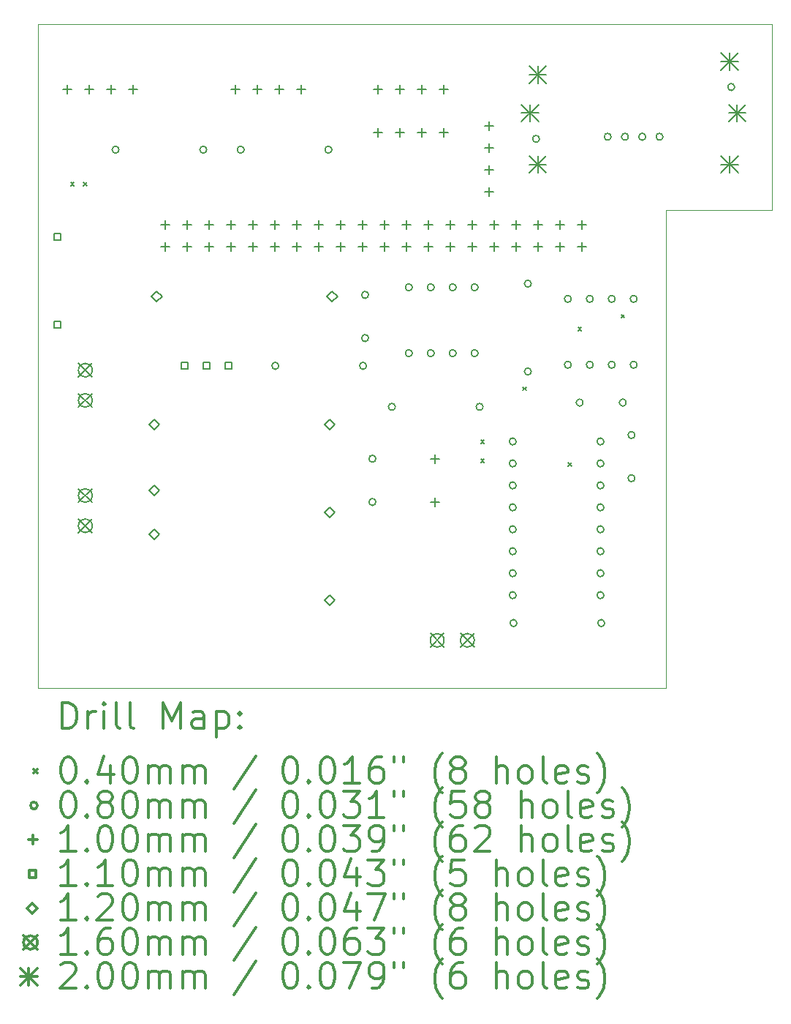
<source format=gbr>
%FSLAX45Y45*%
G04 Gerber Fmt 4.5, Leading zero omitted, Abs format (unit mm)*
G04 Created by KiCad (PCBNEW (5.1.5-0-10_14)) date 2020-04-23 09:13:12*
%MOMM*%
%LPD*%
G04 APERTURE LIST*
%TA.AperFunction,Profile*%
%ADD10C,0.100000*%
%TD*%
%ADD11C,0.200000*%
%ADD12C,0.300000*%
G04 APERTURE END LIST*
D10*
X17025000Y-10475000D02*
X17025000Y-7250000D01*
X16850000Y-12775000D02*
X17025000Y-12775000D01*
X9750000Y-5100000D02*
X9750000Y-6200000D01*
X18250000Y-5100000D02*
X9750000Y-5100000D01*
X18250000Y-7250000D02*
X18250000Y-5100000D01*
X17025000Y-7250000D02*
X18250000Y-7250000D01*
X17025000Y-12775000D02*
X17025000Y-10475000D01*
X10750000Y-12775000D02*
X16850000Y-12775000D01*
X9750000Y-12775000D02*
X10750000Y-12775000D01*
X9750000Y-6200000D02*
X9750000Y-12775000D01*
D11*
X10130000Y-6930000D02*
X10170000Y-6970000D01*
X10170000Y-6930000D02*
X10130000Y-6970000D01*
X10280000Y-6930000D02*
X10320000Y-6970000D01*
X10320000Y-6930000D02*
X10280000Y-6970000D01*
X14880000Y-9905000D02*
X14920000Y-9945000D01*
X14920000Y-9905000D02*
X14880000Y-9945000D01*
X14880000Y-10130000D02*
X14920000Y-10170000D01*
X14920000Y-10130000D02*
X14880000Y-10170000D01*
X15366000Y-9294000D02*
X15406000Y-9334000D01*
X15406000Y-9294000D02*
X15366000Y-9334000D01*
X15892500Y-10167500D02*
X15932500Y-10207500D01*
X15932500Y-10167500D02*
X15892500Y-10207500D01*
X16005000Y-8605000D02*
X16045000Y-8645000D01*
X16045000Y-8605000D02*
X16005000Y-8645000D01*
X16505000Y-8455000D02*
X16545000Y-8495000D01*
X16545000Y-8455000D02*
X16505000Y-8495000D01*
X15290000Y-9925000D02*
G75*
G03X15290000Y-9925000I-40000J0D01*
G01*
X15290000Y-10179000D02*
G75*
G03X15290000Y-10179000I-40000J0D01*
G01*
X15290000Y-10433000D02*
G75*
G03X15290000Y-10433000I-40000J0D01*
G01*
X15290000Y-10687000D02*
G75*
G03X15290000Y-10687000I-40000J0D01*
G01*
X15290000Y-10941000D02*
G75*
G03X15290000Y-10941000I-40000J0D01*
G01*
X15290000Y-11195000D02*
G75*
G03X15290000Y-11195000I-40000J0D01*
G01*
X15290000Y-11449000D02*
G75*
G03X15290000Y-11449000I-40000J0D01*
G01*
X15290000Y-11703000D02*
G75*
G03X15290000Y-11703000I-40000J0D01*
G01*
X16306000Y-9925000D02*
G75*
G03X16306000Y-9925000I-40000J0D01*
G01*
X16306000Y-10179000D02*
G75*
G03X16306000Y-10179000I-40000J0D01*
G01*
X16306000Y-10433000D02*
G75*
G03X16306000Y-10433000I-40000J0D01*
G01*
X16306000Y-10687000D02*
G75*
G03X16306000Y-10687000I-40000J0D01*
G01*
X16306000Y-10941000D02*
G75*
G03X16306000Y-10941000I-40000J0D01*
G01*
X16306000Y-11195000D02*
G75*
G03X16306000Y-11195000I-40000J0D01*
G01*
X16306000Y-11449000D02*
G75*
G03X16306000Y-11449000I-40000J0D01*
G01*
X16306000Y-11703000D02*
G75*
G03X16306000Y-11703000I-40000J0D01*
G01*
X15465000Y-8100000D02*
G75*
G03X15465000Y-8100000I-40000J0D01*
G01*
X15465000Y-9116000D02*
G75*
G03X15465000Y-9116000I-40000J0D01*
G01*
X13579978Y-8229092D02*
G75*
G03X13579978Y-8229092I-40000J0D01*
G01*
X13579978Y-8729092D02*
G75*
G03X13579978Y-8729092I-40000J0D01*
G01*
X16665000Y-9850000D02*
G75*
G03X16665000Y-9850000I-40000J0D01*
G01*
X16665000Y-10350000D02*
G75*
G03X16665000Y-10350000I-40000J0D01*
G01*
X15560000Y-6425000D02*
G75*
G03X15560000Y-6425000I-40000J0D01*
G01*
X16390000Y-6400000D02*
G75*
G03X16390000Y-6400000I-40000J0D01*
G01*
X16590000Y-6400000D02*
G75*
G03X16590000Y-6400000I-40000J0D01*
G01*
X16790000Y-6400000D02*
G75*
G03X16790000Y-6400000I-40000J0D01*
G01*
X16990000Y-6400000D02*
G75*
G03X16990000Y-6400000I-40000J0D01*
G01*
X17820000Y-5825000D02*
G75*
G03X17820000Y-5825000I-40000J0D01*
G01*
X12140000Y-6550000D02*
G75*
G03X12140000Y-6550000I-40000J0D01*
G01*
X13156000Y-6550000D02*
G75*
G03X13156000Y-6550000I-40000J0D01*
G01*
X14087470Y-8141970D02*
G75*
G03X14087470Y-8141970I-40000J0D01*
G01*
X14087470Y-8903970D02*
G75*
G03X14087470Y-8903970I-40000J0D01*
G01*
X14341470Y-8141970D02*
G75*
G03X14341470Y-8141970I-40000J0D01*
G01*
X14341470Y-8903970D02*
G75*
G03X14341470Y-8903970I-40000J0D01*
G01*
X14595470Y-8141970D02*
G75*
G03X14595470Y-8141970I-40000J0D01*
G01*
X14595470Y-8903970D02*
G75*
G03X14595470Y-8903970I-40000J0D01*
G01*
X14849470Y-8141970D02*
G75*
G03X14849470Y-8141970I-40000J0D01*
G01*
X14849470Y-8903970D02*
G75*
G03X14849470Y-8903970I-40000J0D01*
G01*
X10690000Y-6550000D02*
G75*
G03X10690000Y-6550000I-40000J0D01*
G01*
X11706000Y-6550000D02*
G75*
G03X11706000Y-6550000I-40000J0D01*
G01*
X13890000Y-9525000D02*
G75*
G03X13890000Y-9525000I-40000J0D01*
G01*
X14906000Y-9525000D02*
G75*
G03X14906000Y-9525000I-40000J0D01*
G01*
X15299000Y-12025000D02*
G75*
G03X15299000Y-12025000I-40000J0D01*
G01*
X16315000Y-12025000D02*
G75*
G03X16315000Y-12025000I-40000J0D01*
G01*
X16065000Y-9475000D02*
G75*
G03X16065000Y-9475000I-40000J0D01*
G01*
X16565000Y-9475000D02*
G75*
G03X16565000Y-9475000I-40000J0D01*
G01*
X15928000Y-8275000D02*
G75*
G03X15928000Y-8275000I-40000J0D01*
G01*
X15928000Y-9037000D02*
G75*
G03X15928000Y-9037000I-40000J0D01*
G01*
X16182000Y-8275000D02*
G75*
G03X16182000Y-8275000I-40000J0D01*
G01*
X16182000Y-9037000D02*
G75*
G03X16182000Y-9037000I-40000J0D01*
G01*
X16436000Y-8275000D02*
G75*
G03X16436000Y-8275000I-40000J0D01*
G01*
X16436000Y-9037000D02*
G75*
G03X16436000Y-9037000I-40000J0D01*
G01*
X16690000Y-8275000D02*
G75*
G03X16690000Y-8275000I-40000J0D01*
G01*
X16690000Y-9037000D02*
G75*
G03X16690000Y-9037000I-40000J0D01*
G01*
X12540000Y-9050000D02*
G75*
G03X12540000Y-9050000I-40000J0D01*
G01*
X13556000Y-9050000D02*
G75*
G03X13556000Y-9050000I-40000J0D01*
G01*
X13665000Y-10125000D02*
G75*
G03X13665000Y-10125000I-40000J0D01*
G01*
X13665000Y-10625000D02*
G75*
G03X13665000Y-10625000I-40000J0D01*
G01*
X10088000Y-5800000D02*
X10088000Y-5900000D01*
X10038000Y-5850000D02*
X10138000Y-5850000D01*
X10342000Y-5800000D02*
X10342000Y-5900000D01*
X10292000Y-5850000D02*
X10392000Y-5850000D01*
X10596000Y-5800000D02*
X10596000Y-5900000D01*
X10546000Y-5850000D02*
X10646000Y-5850000D01*
X10850000Y-5800000D02*
X10850000Y-5900000D01*
X10800000Y-5850000D02*
X10900000Y-5850000D01*
X12038000Y-5800000D02*
X12038000Y-5900000D01*
X11988000Y-5850000D02*
X12088000Y-5850000D01*
X12292000Y-5800000D02*
X12292000Y-5900000D01*
X12242000Y-5850000D02*
X12342000Y-5850000D01*
X12546000Y-5800000D02*
X12546000Y-5900000D01*
X12496000Y-5850000D02*
X12596000Y-5850000D01*
X12800000Y-5800000D02*
X12800000Y-5900000D01*
X12750000Y-5850000D02*
X12850000Y-5850000D01*
X14975000Y-6225000D02*
X14975000Y-6325000D01*
X14925000Y-6275000D02*
X15025000Y-6275000D01*
X14975000Y-6479000D02*
X14975000Y-6579000D01*
X14925000Y-6529000D02*
X15025000Y-6529000D01*
X14975000Y-6733000D02*
X14975000Y-6833000D01*
X14925000Y-6783000D02*
X15025000Y-6783000D01*
X14975000Y-6987000D02*
X14975000Y-7087000D01*
X14925000Y-7037000D02*
X15025000Y-7037000D01*
X14350000Y-10075000D02*
X14350000Y-10175000D01*
X14300000Y-10125000D02*
X14400000Y-10125000D01*
X14350000Y-10575000D02*
X14350000Y-10675000D01*
X14300000Y-10625000D02*
X14400000Y-10625000D01*
X13688000Y-6300000D02*
X13688000Y-6400000D01*
X13638000Y-6350000D02*
X13738000Y-6350000D01*
X13942000Y-6300000D02*
X13942000Y-6400000D01*
X13892000Y-6350000D02*
X13992000Y-6350000D01*
X14196000Y-6300000D02*
X14196000Y-6400000D01*
X14146000Y-6350000D02*
X14246000Y-6350000D01*
X14450000Y-6300000D02*
X14450000Y-6400000D01*
X14400000Y-6350000D02*
X14500000Y-6350000D01*
X13692000Y-5800000D02*
X13692000Y-5900000D01*
X13642000Y-5850000D02*
X13742000Y-5850000D01*
X13946000Y-5800000D02*
X13946000Y-5900000D01*
X13896000Y-5850000D02*
X13996000Y-5850000D01*
X14200000Y-5800000D02*
X14200000Y-5900000D01*
X14150000Y-5850000D02*
X14250000Y-5850000D01*
X14454000Y-5800000D02*
X14454000Y-5900000D01*
X14404000Y-5850000D02*
X14504000Y-5850000D01*
X11228586Y-7370259D02*
X11228586Y-7470259D01*
X11178586Y-7420259D02*
X11278586Y-7420259D01*
X11228586Y-7624259D02*
X11228586Y-7724259D01*
X11178586Y-7674259D02*
X11278586Y-7674259D01*
X11482586Y-7370259D02*
X11482586Y-7470259D01*
X11432586Y-7420259D02*
X11532586Y-7420259D01*
X11482586Y-7624259D02*
X11482586Y-7724259D01*
X11432586Y-7674259D02*
X11532586Y-7674259D01*
X11736586Y-7370259D02*
X11736586Y-7470259D01*
X11686586Y-7420259D02*
X11786586Y-7420259D01*
X11736586Y-7624259D02*
X11736586Y-7724259D01*
X11686586Y-7674259D02*
X11786586Y-7674259D01*
X11990586Y-7370259D02*
X11990586Y-7470259D01*
X11940586Y-7420259D02*
X12040586Y-7420259D01*
X11990586Y-7624259D02*
X11990586Y-7724259D01*
X11940586Y-7674259D02*
X12040586Y-7674259D01*
X12244586Y-7370259D02*
X12244586Y-7470259D01*
X12194586Y-7420259D02*
X12294586Y-7420259D01*
X12244586Y-7624259D02*
X12244586Y-7724259D01*
X12194586Y-7674259D02*
X12294586Y-7674259D01*
X12498586Y-7370259D02*
X12498586Y-7470259D01*
X12448586Y-7420259D02*
X12548586Y-7420259D01*
X12498586Y-7624259D02*
X12498586Y-7724259D01*
X12448586Y-7674259D02*
X12548586Y-7674259D01*
X12752586Y-7370259D02*
X12752586Y-7470259D01*
X12702586Y-7420259D02*
X12802586Y-7420259D01*
X12752586Y-7624259D02*
X12752586Y-7724259D01*
X12702586Y-7674259D02*
X12802586Y-7674259D01*
X13006586Y-7370259D02*
X13006586Y-7470259D01*
X12956586Y-7420259D02*
X13056586Y-7420259D01*
X13006586Y-7624259D02*
X13006586Y-7724259D01*
X12956586Y-7674259D02*
X13056586Y-7674259D01*
X13260586Y-7370259D02*
X13260586Y-7470259D01*
X13210586Y-7420259D02*
X13310586Y-7420259D01*
X13260586Y-7624259D02*
X13260586Y-7724259D01*
X13210586Y-7674259D02*
X13310586Y-7674259D01*
X13514586Y-7370259D02*
X13514586Y-7470259D01*
X13464586Y-7420259D02*
X13564586Y-7420259D01*
X13514586Y-7624259D02*
X13514586Y-7724259D01*
X13464586Y-7674259D02*
X13564586Y-7674259D01*
X13768586Y-7370259D02*
X13768586Y-7470259D01*
X13718586Y-7420259D02*
X13818586Y-7420259D01*
X13768586Y-7624259D02*
X13768586Y-7724259D01*
X13718586Y-7674259D02*
X13818586Y-7674259D01*
X14022586Y-7370259D02*
X14022586Y-7470259D01*
X13972586Y-7420259D02*
X14072586Y-7420259D01*
X14022586Y-7624259D02*
X14022586Y-7724259D01*
X13972586Y-7674259D02*
X14072586Y-7674259D01*
X14276586Y-7370259D02*
X14276586Y-7470259D01*
X14226586Y-7420259D02*
X14326586Y-7420259D01*
X14276586Y-7624259D02*
X14276586Y-7724259D01*
X14226586Y-7674259D02*
X14326586Y-7674259D01*
X14530586Y-7370259D02*
X14530586Y-7470259D01*
X14480586Y-7420259D02*
X14580586Y-7420259D01*
X14530586Y-7624259D02*
X14530586Y-7724259D01*
X14480586Y-7674259D02*
X14580586Y-7674259D01*
X14784586Y-7370259D02*
X14784586Y-7470259D01*
X14734586Y-7420259D02*
X14834586Y-7420259D01*
X14784586Y-7624259D02*
X14784586Y-7724259D01*
X14734586Y-7674259D02*
X14834586Y-7674259D01*
X15038586Y-7370259D02*
X15038586Y-7470259D01*
X14988586Y-7420259D02*
X15088586Y-7420259D01*
X15038586Y-7624259D02*
X15038586Y-7724259D01*
X14988586Y-7674259D02*
X15088586Y-7674259D01*
X15292586Y-7370259D02*
X15292586Y-7470259D01*
X15242586Y-7420259D02*
X15342586Y-7420259D01*
X15292586Y-7624259D02*
X15292586Y-7724259D01*
X15242586Y-7674259D02*
X15342586Y-7674259D01*
X15546586Y-7370259D02*
X15546586Y-7470259D01*
X15496586Y-7420259D02*
X15596586Y-7420259D01*
X15546586Y-7624259D02*
X15546586Y-7724259D01*
X15496586Y-7674259D02*
X15596586Y-7674259D01*
X15800586Y-7370259D02*
X15800586Y-7470259D01*
X15750586Y-7420259D02*
X15850586Y-7420259D01*
X15800586Y-7624259D02*
X15800586Y-7724259D01*
X15750586Y-7674259D02*
X15850586Y-7674259D01*
X16054586Y-7370259D02*
X16054586Y-7470259D01*
X16004586Y-7420259D02*
X16104586Y-7420259D01*
X16054586Y-7624259D02*
X16054586Y-7724259D01*
X16004586Y-7674259D02*
X16104586Y-7674259D01*
X11488891Y-9088891D02*
X11488891Y-9011109D01*
X11411109Y-9011109D01*
X11411109Y-9088891D01*
X11488891Y-9088891D01*
X11742891Y-9088891D02*
X11742891Y-9011109D01*
X11665109Y-9011109D01*
X11665109Y-9088891D01*
X11742891Y-9088891D01*
X11996891Y-9088891D02*
X11996891Y-9011109D01*
X11919109Y-9011109D01*
X11919109Y-9088891D01*
X11996891Y-9088891D01*
X10013891Y-7597891D02*
X10013891Y-7520109D01*
X9936109Y-7520109D01*
X9936109Y-7597891D01*
X10013891Y-7597891D01*
X10013891Y-8613891D02*
X10013891Y-8536109D01*
X9936109Y-8536109D01*
X9936109Y-8613891D01*
X10013891Y-8613891D01*
X11100000Y-9790550D02*
X11160000Y-9730550D01*
X11100000Y-9670550D01*
X11040000Y-9730550D01*
X11100000Y-9790550D01*
X11100000Y-10552550D02*
X11160000Y-10492550D01*
X11100000Y-10432550D01*
X11040000Y-10492550D01*
X11100000Y-10552550D01*
X11100000Y-11060550D02*
X11160000Y-11000550D01*
X11100000Y-10940550D01*
X11040000Y-11000550D01*
X11100000Y-11060550D01*
X13132000Y-9790550D02*
X13192000Y-9730550D01*
X13132000Y-9670550D01*
X13072000Y-9730550D01*
X13132000Y-9790550D01*
X13132000Y-10806550D02*
X13192000Y-10746550D01*
X13132000Y-10686550D01*
X13072000Y-10746550D01*
X13132000Y-10806550D01*
X13132000Y-11822550D02*
X13192000Y-11762550D01*
X13132000Y-11702550D01*
X13072000Y-11762550D01*
X13132000Y-11822550D01*
X11127486Y-8310000D02*
X11187486Y-8250000D01*
X11127486Y-8190000D01*
X11067486Y-8250000D01*
X11127486Y-8310000D01*
X13159486Y-8310000D02*
X13219486Y-8250000D01*
X13159486Y-8190000D01*
X13099486Y-8250000D01*
X13159486Y-8310000D01*
X10220000Y-9020000D02*
X10380000Y-9180000D01*
X10380000Y-9020000D02*
X10220000Y-9180000D01*
X10380000Y-9100000D02*
G75*
G03X10380000Y-9100000I-80000J0D01*
G01*
X10220000Y-9370000D02*
X10380000Y-9530000D01*
X10380000Y-9370000D02*
X10220000Y-9530000D01*
X10380000Y-9450000D02*
G75*
G03X10380000Y-9450000I-80000J0D01*
G01*
X14295000Y-12145000D02*
X14455000Y-12305000D01*
X14455000Y-12145000D02*
X14295000Y-12305000D01*
X14455000Y-12225000D02*
G75*
G03X14455000Y-12225000I-80000J0D01*
G01*
X14645000Y-12145000D02*
X14805000Y-12305000D01*
X14805000Y-12145000D02*
X14645000Y-12305000D01*
X14805000Y-12225000D02*
G75*
G03X14805000Y-12225000I-80000J0D01*
G01*
X10220000Y-10470000D02*
X10380000Y-10630000D01*
X10380000Y-10470000D02*
X10220000Y-10630000D01*
X10380000Y-10550000D02*
G75*
G03X10380000Y-10550000I-80000J0D01*
G01*
X10220000Y-10820000D02*
X10380000Y-10980000D01*
X10380000Y-10820000D02*
X10220000Y-10980000D01*
X10380000Y-10900000D02*
G75*
G03X10380000Y-10900000I-80000J0D01*
G01*
X15350000Y-6025000D02*
X15550000Y-6225000D01*
X15550000Y-6025000D02*
X15350000Y-6225000D01*
X15450000Y-6025000D02*
X15450000Y-6225000D01*
X15350000Y-6125000D02*
X15550000Y-6125000D01*
X15440000Y-5580000D02*
X15640000Y-5780000D01*
X15640000Y-5580000D02*
X15440000Y-5780000D01*
X15540000Y-5580000D02*
X15540000Y-5780000D01*
X15440000Y-5680000D02*
X15640000Y-5680000D01*
X15440000Y-6620000D02*
X15640000Y-6820000D01*
X15640000Y-6620000D02*
X15440000Y-6820000D01*
X15540000Y-6620000D02*
X15540000Y-6820000D01*
X15440000Y-6720000D02*
X15640000Y-6720000D01*
X17660000Y-5430000D02*
X17860000Y-5630000D01*
X17860000Y-5430000D02*
X17660000Y-5630000D01*
X17760000Y-5430000D02*
X17760000Y-5630000D01*
X17660000Y-5530000D02*
X17860000Y-5530000D01*
X17660000Y-6620000D02*
X17860000Y-6820000D01*
X17860000Y-6620000D02*
X17660000Y-6820000D01*
X17760000Y-6620000D02*
X17760000Y-6820000D01*
X17660000Y-6720000D02*
X17860000Y-6720000D01*
X17750000Y-6025000D02*
X17950000Y-6225000D01*
X17950000Y-6025000D02*
X17750000Y-6225000D01*
X17850000Y-6025000D02*
X17850000Y-6225000D01*
X17750000Y-6125000D02*
X17950000Y-6125000D01*
D12*
X10031428Y-13245714D02*
X10031428Y-12945714D01*
X10102857Y-12945714D01*
X10145714Y-12960000D01*
X10174286Y-12988571D01*
X10188571Y-13017143D01*
X10202857Y-13074286D01*
X10202857Y-13117143D01*
X10188571Y-13174286D01*
X10174286Y-13202857D01*
X10145714Y-13231429D01*
X10102857Y-13245714D01*
X10031428Y-13245714D01*
X10331428Y-13245714D02*
X10331428Y-13045714D01*
X10331428Y-13102857D02*
X10345714Y-13074286D01*
X10360000Y-13060000D01*
X10388571Y-13045714D01*
X10417143Y-13045714D01*
X10517143Y-13245714D02*
X10517143Y-13045714D01*
X10517143Y-12945714D02*
X10502857Y-12960000D01*
X10517143Y-12974286D01*
X10531428Y-12960000D01*
X10517143Y-12945714D01*
X10517143Y-12974286D01*
X10702857Y-13245714D02*
X10674286Y-13231429D01*
X10660000Y-13202857D01*
X10660000Y-12945714D01*
X10860000Y-13245714D02*
X10831428Y-13231429D01*
X10817143Y-13202857D01*
X10817143Y-12945714D01*
X11202857Y-13245714D02*
X11202857Y-12945714D01*
X11302857Y-13160000D01*
X11402857Y-12945714D01*
X11402857Y-13245714D01*
X11674286Y-13245714D02*
X11674286Y-13088571D01*
X11660000Y-13060000D01*
X11631428Y-13045714D01*
X11574286Y-13045714D01*
X11545714Y-13060000D01*
X11674286Y-13231429D02*
X11645714Y-13245714D01*
X11574286Y-13245714D01*
X11545714Y-13231429D01*
X11531428Y-13202857D01*
X11531428Y-13174286D01*
X11545714Y-13145714D01*
X11574286Y-13131429D01*
X11645714Y-13131429D01*
X11674286Y-13117143D01*
X11817143Y-13045714D02*
X11817143Y-13345714D01*
X11817143Y-13060000D02*
X11845714Y-13045714D01*
X11902857Y-13045714D01*
X11931428Y-13060000D01*
X11945714Y-13074286D01*
X11960000Y-13102857D01*
X11960000Y-13188571D01*
X11945714Y-13217143D01*
X11931428Y-13231429D01*
X11902857Y-13245714D01*
X11845714Y-13245714D01*
X11817143Y-13231429D01*
X12088571Y-13217143D02*
X12102857Y-13231429D01*
X12088571Y-13245714D01*
X12074286Y-13231429D01*
X12088571Y-13217143D01*
X12088571Y-13245714D01*
X12088571Y-13060000D02*
X12102857Y-13074286D01*
X12088571Y-13088571D01*
X12074286Y-13074286D01*
X12088571Y-13060000D01*
X12088571Y-13088571D01*
X9705000Y-13720000D02*
X9745000Y-13760000D01*
X9745000Y-13720000D02*
X9705000Y-13760000D01*
X10088571Y-13575714D02*
X10117143Y-13575714D01*
X10145714Y-13590000D01*
X10160000Y-13604286D01*
X10174286Y-13632857D01*
X10188571Y-13690000D01*
X10188571Y-13761429D01*
X10174286Y-13818571D01*
X10160000Y-13847143D01*
X10145714Y-13861429D01*
X10117143Y-13875714D01*
X10088571Y-13875714D01*
X10060000Y-13861429D01*
X10045714Y-13847143D01*
X10031428Y-13818571D01*
X10017143Y-13761429D01*
X10017143Y-13690000D01*
X10031428Y-13632857D01*
X10045714Y-13604286D01*
X10060000Y-13590000D01*
X10088571Y-13575714D01*
X10317143Y-13847143D02*
X10331428Y-13861429D01*
X10317143Y-13875714D01*
X10302857Y-13861429D01*
X10317143Y-13847143D01*
X10317143Y-13875714D01*
X10588571Y-13675714D02*
X10588571Y-13875714D01*
X10517143Y-13561429D02*
X10445714Y-13775714D01*
X10631428Y-13775714D01*
X10802857Y-13575714D02*
X10831428Y-13575714D01*
X10860000Y-13590000D01*
X10874286Y-13604286D01*
X10888571Y-13632857D01*
X10902857Y-13690000D01*
X10902857Y-13761429D01*
X10888571Y-13818571D01*
X10874286Y-13847143D01*
X10860000Y-13861429D01*
X10831428Y-13875714D01*
X10802857Y-13875714D01*
X10774286Y-13861429D01*
X10760000Y-13847143D01*
X10745714Y-13818571D01*
X10731428Y-13761429D01*
X10731428Y-13690000D01*
X10745714Y-13632857D01*
X10760000Y-13604286D01*
X10774286Y-13590000D01*
X10802857Y-13575714D01*
X11031428Y-13875714D02*
X11031428Y-13675714D01*
X11031428Y-13704286D02*
X11045714Y-13690000D01*
X11074286Y-13675714D01*
X11117143Y-13675714D01*
X11145714Y-13690000D01*
X11160000Y-13718571D01*
X11160000Y-13875714D01*
X11160000Y-13718571D02*
X11174286Y-13690000D01*
X11202857Y-13675714D01*
X11245714Y-13675714D01*
X11274286Y-13690000D01*
X11288571Y-13718571D01*
X11288571Y-13875714D01*
X11431428Y-13875714D02*
X11431428Y-13675714D01*
X11431428Y-13704286D02*
X11445714Y-13690000D01*
X11474286Y-13675714D01*
X11517143Y-13675714D01*
X11545714Y-13690000D01*
X11560000Y-13718571D01*
X11560000Y-13875714D01*
X11560000Y-13718571D02*
X11574286Y-13690000D01*
X11602857Y-13675714D01*
X11645714Y-13675714D01*
X11674286Y-13690000D01*
X11688571Y-13718571D01*
X11688571Y-13875714D01*
X12274286Y-13561429D02*
X12017143Y-13947143D01*
X12660000Y-13575714D02*
X12688571Y-13575714D01*
X12717143Y-13590000D01*
X12731428Y-13604286D01*
X12745714Y-13632857D01*
X12760000Y-13690000D01*
X12760000Y-13761429D01*
X12745714Y-13818571D01*
X12731428Y-13847143D01*
X12717143Y-13861429D01*
X12688571Y-13875714D01*
X12660000Y-13875714D01*
X12631428Y-13861429D01*
X12617143Y-13847143D01*
X12602857Y-13818571D01*
X12588571Y-13761429D01*
X12588571Y-13690000D01*
X12602857Y-13632857D01*
X12617143Y-13604286D01*
X12631428Y-13590000D01*
X12660000Y-13575714D01*
X12888571Y-13847143D02*
X12902857Y-13861429D01*
X12888571Y-13875714D01*
X12874286Y-13861429D01*
X12888571Y-13847143D01*
X12888571Y-13875714D01*
X13088571Y-13575714D02*
X13117143Y-13575714D01*
X13145714Y-13590000D01*
X13160000Y-13604286D01*
X13174286Y-13632857D01*
X13188571Y-13690000D01*
X13188571Y-13761429D01*
X13174286Y-13818571D01*
X13160000Y-13847143D01*
X13145714Y-13861429D01*
X13117143Y-13875714D01*
X13088571Y-13875714D01*
X13060000Y-13861429D01*
X13045714Y-13847143D01*
X13031428Y-13818571D01*
X13017143Y-13761429D01*
X13017143Y-13690000D01*
X13031428Y-13632857D01*
X13045714Y-13604286D01*
X13060000Y-13590000D01*
X13088571Y-13575714D01*
X13474286Y-13875714D02*
X13302857Y-13875714D01*
X13388571Y-13875714D02*
X13388571Y-13575714D01*
X13360000Y-13618571D01*
X13331428Y-13647143D01*
X13302857Y-13661429D01*
X13731428Y-13575714D02*
X13674286Y-13575714D01*
X13645714Y-13590000D01*
X13631428Y-13604286D01*
X13602857Y-13647143D01*
X13588571Y-13704286D01*
X13588571Y-13818571D01*
X13602857Y-13847143D01*
X13617143Y-13861429D01*
X13645714Y-13875714D01*
X13702857Y-13875714D01*
X13731428Y-13861429D01*
X13745714Y-13847143D01*
X13760000Y-13818571D01*
X13760000Y-13747143D01*
X13745714Y-13718571D01*
X13731428Y-13704286D01*
X13702857Y-13690000D01*
X13645714Y-13690000D01*
X13617143Y-13704286D01*
X13602857Y-13718571D01*
X13588571Y-13747143D01*
X13874286Y-13575714D02*
X13874286Y-13632857D01*
X13988571Y-13575714D02*
X13988571Y-13632857D01*
X14431428Y-13990000D02*
X14417143Y-13975714D01*
X14388571Y-13932857D01*
X14374286Y-13904286D01*
X14360000Y-13861429D01*
X14345714Y-13790000D01*
X14345714Y-13732857D01*
X14360000Y-13661429D01*
X14374286Y-13618571D01*
X14388571Y-13590000D01*
X14417143Y-13547143D01*
X14431428Y-13532857D01*
X14588571Y-13704286D02*
X14560000Y-13690000D01*
X14545714Y-13675714D01*
X14531428Y-13647143D01*
X14531428Y-13632857D01*
X14545714Y-13604286D01*
X14560000Y-13590000D01*
X14588571Y-13575714D01*
X14645714Y-13575714D01*
X14674286Y-13590000D01*
X14688571Y-13604286D01*
X14702857Y-13632857D01*
X14702857Y-13647143D01*
X14688571Y-13675714D01*
X14674286Y-13690000D01*
X14645714Y-13704286D01*
X14588571Y-13704286D01*
X14560000Y-13718571D01*
X14545714Y-13732857D01*
X14531428Y-13761429D01*
X14531428Y-13818571D01*
X14545714Y-13847143D01*
X14560000Y-13861429D01*
X14588571Y-13875714D01*
X14645714Y-13875714D01*
X14674286Y-13861429D01*
X14688571Y-13847143D01*
X14702857Y-13818571D01*
X14702857Y-13761429D01*
X14688571Y-13732857D01*
X14674286Y-13718571D01*
X14645714Y-13704286D01*
X15060000Y-13875714D02*
X15060000Y-13575714D01*
X15188571Y-13875714D02*
X15188571Y-13718571D01*
X15174286Y-13690000D01*
X15145714Y-13675714D01*
X15102857Y-13675714D01*
X15074286Y-13690000D01*
X15060000Y-13704286D01*
X15374286Y-13875714D02*
X15345714Y-13861429D01*
X15331428Y-13847143D01*
X15317143Y-13818571D01*
X15317143Y-13732857D01*
X15331428Y-13704286D01*
X15345714Y-13690000D01*
X15374286Y-13675714D01*
X15417143Y-13675714D01*
X15445714Y-13690000D01*
X15460000Y-13704286D01*
X15474286Y-13732857D01*
X15474286Y-13818571D01*
X15460000Y-13847143D01*
X15445714Y-13861429D01*
X15417143Y-13875714D01*
X15374286Y-13875714D01*
X15645714Y-13875714D02*
X15617143Y-13861429D01*
X15602857Y-13832857D01*
X15602857Y-13575714D01*
X15874286Y-13861429D02*
X15845714Y-13875714D01*
X15788571Y-13875714D01*
X15760000Y-13861429D01*
X15745714Y-13832857D01*
X15745714Y-13718571D01*
X15760000Y-13690000D01*
X15788571Y-13675714D01*
X15845714Y-13675714D01*
X15874286Y-13690000D01*
X15888571Y-13718571D01*
X15888571Y-13747143D01*
X15745714Y-13775714D01*
X16002857Y-13861429D02*
X16031428Y-13875714D01*
X16088571Y-13875714D01*
X16117143Y-13861429D01*
X16131428Y-13832857D01*
X16131428Y-13818571D01*
X16117143Y-13790000D01*
X16088571Y-13775714D01*
X16045714Y-13775714D01*
X16017143Y-13761429D01*
X16002857Y-13732857D01*
X16002857Y-13718571D01*
X16017143Y-13690000D01*
X16045714Y-13675714D01*
X16088571Y-13675714D01*
X16117143Y-13690000D01*
X16231428Y-13990000D02*
X16245714Y-13975714D01*
X16274286Y-13932857D01*
X16288571Y-13904286D01*
X16302857Y-13861429D01*
X16317143Y-13790000D01*
X16317143Y-13732857D01*
X16302857Y-13661429D01*
X16288571Y-13618571D01*
X16274286Y-13590000D01*
X16245714Y-13547143D01*
X16231428Y-13532857D01*
X9745000Y-14136000D02*
G75*
G03X9745000Y-14136000I-40000J0D01*
G01*
X10088571Y-13971714D02*
X10117143Y-13971714D01*
X10145714Y-13986000D01*
X10160000Y-14000286D01*
X10174286Y-14028857D01*
X10188571Y-14086000D01*
X10188571Y-14157429D01*
X10174286Y-14214571D01*
X10160000Y-14243143D01*
X10145714Y-14257429D01*
X10117143Y-14271714D01*
X10088571Y-14271714D01*
X10060000Y-14257429D01*
X10045714Y-14243143D01*
X10031428Y-14214571D01*
X10017143Y-14157429D01*
X10017143Y-14086000D01*
X10031428Y-14028857D01*
X10045714Y-14000286D01*
X10060000Y-13986000D01*
X10088571Y-13971714D01*
X10317143Y-14243143D02*
X10331428Y-14257429D01*
X10317143Y-14271714D01*
X10302857Y-14257429D01*
X10317143Y-14243143D01*
X10317143Y-14271714D01*
X10502857Y-14100286D02*
X10474286Y-14086000D01*
X10460000Y-14071714D01*
X10445714Y-14043143D01*
X10445714Y-14028857D01*
X10460000Y-14000286D01*
X10474286Y-13986000D01*
X10502857Y-13971714D01*
X10560000Y-13971714D01*
X10588571Y-13986000D01*
X10602857Y-14000286D01*
X10617143Y-14028857D01*
X10617143Y-14043143D01*
X10602857Y-14071714D01*
X10588571Y-14086000D01*
X10560000Y-14100286D01*
X10502857Y-14100286D01*
X10474286Y-14114571D01*
X10460000Y-14128857D01*
X10445714Y-14157429D01*
X10445714Y-14214571D01*
X10460000Y-14243143D01*
X10474286Y-14257429D01*
X10502857Y-14271714D01*
X10560000Y-14271714D01*
X10588571Y-14257429D01*
X10602857Y-14243143D01*
X10617143Y-14214571D01*
X10617143Y-14157429D01*
X10602857Y-14128857D01*
X10588571Y-14114571D01*
X10560000Y-14100286D01*
X10802857Y-13971714D02*
X10831428Y-13971714D01*
X10860000Y-13986000D01*
X10874286Y-14000286D01*
X10888571Y-14028857D01*
X10902857Y-14086000D01*
X10902857Y-14157429D01*
X10888571Y-14214571D01*
X10874286Y-14243143D01*
X10860000Y-14257429D01*
X10831428Y-14271714D01*
X10802857Y-14271714D01*
X10774286Y-14257429D01*
X10760000Y-14243143D01*
X10745714Y-14214571D01*
X10731428Y-14157429D01*
X10731428Y-14086000D01*
X10745714Y-14028857D01*
X10760000Y-14000286D01*
X10774286Y-13986000D01*
X10802857Y-13971714D01*
X11031428Y-14271714D02*
X11031428Y-14071714D01*
X11031428Y-14100286D02*
X11045714Y-14086000D01*
X11074286Y-14071714D01*
X11117143Y-14071714D01*
X11145714Y-14086000D01*
X11160000Y-14114571D01*
X11160000Y-14271714D01*
X11160000Y-14114571D02*
X11174286Y-14086000D01*
X11202857Y-14071714D01*
X11245714Y-14071714D01*
X11274286Y-14086000D01*
X11288571Y-14114571D01*
X11288571Y-14271714D01*
X11431428Y-14271714D02*
X11431428Y-14071714D01*
X11431428Y-14100286D02*
X11445714Y-14086000D01*
X11474286Y-14071714D01*
X11517143Y-14071714D01*
X11545714Y-14086000D01*
X11560000Y-14114571D01*
X11560000Y-14271714D01*
X11560000Y-14114571D02*
X11574286Y-14086000D01*
X11602857Y-14071714D01*
X11645714Y-14071714D01*
X11674286Y-14086000D01*
X11688571Y-14114571D01*
X11688571Y-14271714D01*
X12274286Y-13957429D02*
X12017143Y-14343143D01*
X12660000Y-13971714D02*
X12688571Y-13971714D01*
X12717143Y-13986000D01*
X12731428Y-14000286D01*
X12745714Y-14028857D01*
X12760000Y-14086000D01*
X12760000Y-14157429D01*
X12745714Y-14214571D01*
X12731428Y-14243143D01*
X12717143Y-14257429D01*
X12688571Y-14271714D01*
X12660000Y-14271714D01*
X12631428Y-14257429D01*
X12617143Y-14243143D01*
X12602857Y-14214571D01*
X12588571Y-14157429D01*
X12588571Y-14086000D01*
X12602857Y-14028857D01*
X12617143Y-14000286D01*
X12631428Y-13986000D01*
X12660000Y-13971714D01*
X12888571Y-14243143D02*
X12902857Y-14257429D01*
X12888571Y-14271714D01*
X12874286Y-14257429D01*
X12888571Y-14243143D01*
X12888571Y-14271714D01*
X13088571Y-13971714D02*
X13117143Y-13971714D01*
X13145714Y-13986000D01*
X13160000Y-14000286D01*
X13174286Y-14028857D01*
X13188571Y-14086000D01*
X13188571Y-14157429D01*
X13174286Y-14214571D01*
X13160000Y-14243143D01*
X13145714Y-14257429D01*
X13117143Y-14271714D01*
X13088571Y-14271714D01*
X13060000Y-14257429D01*
X13045714Y-14243143D01*
X13031428Y-14214571D01*
X13017143Y-14157429D01*
X13017143Y-14086000D01*
X13031428Y-14028857D01*
X13045714Y-14000286D01*
X13060000Y-13986000D01*
X13088571Y-13971714D01*
X13288571Y-13971714D02*
X13474286Y-13971714D01*
X13374286Y-14086000D01*
X13417143Y-14086000D01*
X13445714Y-14100286D01*
X13460000Y-14114571D01*
X13474286Y-14143143D01*
X13474286Y-14214571D01*
X13460000Y-14243143D01*
X13445714Y-14257429D01*
X13417143Y-14271714D01*
X13331428Y-14271714D01*
X13302857Y-14257429D01*
X13288571Y-14243143D01*
X13760000Y-14271714D02*
X13588571Y-14271714D01*
X13674286Y-14271714D02*
X13674286Y-13971714D01*
X13645714Y-14014571D01*
X13617143Y-14043143D01*
X13588571Y-14057429D01*
X13874286Y-13971714D02*
X13874286Y-14028857D01*
X13988571Y-13971714D02*
X13988571Y-14028857D01*
X14431428Y-14386000D02*
X14417143Y-14371714D01*
X14388571Y-14328857D01*
X14374286Y-14300286D01*
X14360000Y-14257429D01*
X14345714Y-14186000D01*
X14345714Y-14128857D01*
X14360000Y-14057429D01*
X14374286Y-14014571D01*
X14388571Y-13986000D01*
X14417143Y-13943143D01*
X14431428Y-13928857D01*
X14688571Y-13971714D02*
X14545714Y-13971714D01*
X14531428Y-14114571D01*
X14545714Y-14100286D01*
X14574286Y-14086000D01*
X14645714Y-14086000D01*
X14674286Y-14100286D01*
X14688571Y-14114571D01*
X14702857Y-14143143D01*
X14702857Y-14214571D01*
X14688571Y-14243143D01*
X14674286Y-14257429D01*
X14645714Y-14271714D01*
X14574286Y-14271714D01*
X14545714Y-14257429D01*
X14531428Y-14243143D01*
X14874286Y-14100286D02*
X14845714Y-14086000D01*
X14831428Y-14071714D01*
X14817143Y-14043143D01*
X14817143Y-14028857D01*
X14831428Y-14000286D01*
X14845714Y-13986000D01*
X14874286Y-13971714D01*
X14931428Y-13971714D01*
X14960000Y-13986000D01*
X14974286Y-14000286D01*
X14988571Y-14028857D01*
X14988571Y-14043143D01*
X14974286Y-14071714D01*
X14960000Y-14086000D01*
X14931428Y-14100286D01*
X14874286Y-14100286D01*
X14845714Y-14114571D01*
X14831428Y-14128857D01*
X14817143Y-14157429D01*
X14817143Y-14214571D01*
X14831428Y-14243143D01*
X14845714Y-14257429D01*
X14874286Y-14271714D01*
X14931428Y-14271714D01*
X14960000Y-14257429D01*
X14974286Y-14243143D01*
X14988571Y-14214571D01*
X14988571Y-14157429D01*
X14974286Y-14128857D01*
X14960000Y-14114571D01*
X14931428Y-14100286D01*
X15345714Y-14271714D02*
X15345714Y-13971714D01*
X15474286Y-14271714D02*
X15474286Y-14114571D01*
X15460000Y-14086000D01*
X15431428Y-14071714D01*
X15388571Y-14071714D01*
X15360000Y-14086000D01*
X15345714Y-14100286D01*
X15660000Y-14271714D02*
X15631428Y-14257429D01*
X15617143Y-14243143D01*
X15602857Y-14214571D01*
X15602857Y-14128857D01*
X15617143Y-14100286D01*
X15631428Y-14086000D01*
X15660000Y-14071714D01*
X15702857Y-14071714D01*
X15731428Y-14086000D01*
X15745714Y-14100286D01*
X15760000Y-14128857D01*
X15760000Y-14214571D01*
X15745714Y-14243143D01*
X15731428Y-14257429D01*
X15702857Y-14271714D01*
X15660000Y-14271714D01*
X15931428Y-14271714D02*
X15902857Y-14257429D01*
X15888571Y-14228857D01*
X15888571Y-13971714D01*
X16160000Y-14257429D02*
X16131428Y-14271714D01*
X16074286Y-14271714D01*
X16045714Y-14257429D01*
X16031428Y-14228857D01*
X16031428Y-14114571D01*
X16045714Y-14086000D01*
X16074286Y-14071714D01*
X16131428Y-14071714D01*
X16160000Y-14086000D01*
X16174286Y-14114571D01*
X16174286Y-14143143D01*
X16031428Y-14171714D01*
X16288571Y-14257429D02*
X16317143Y-14271714D01*
X16374286Y-14271714D01*
X16402857Y-14257429D01*
X16417143Y-14228857D01*
X16417143Y-14214571D01*
X16402857Y-14186000D01*
X16374286Y-14171714D01*
X16331428Y-14171714D01*
X16302857Y-14157429D01*
X16288571Y-14128857D01*
X16288571Y-14114571D01*
X16302857Y-14086000D01*
X16331428Y-14071714D01*
X16374286Y-14071714D01*
X16402857Y-14086000D01*
X16517143Y-14386000D02*
X16531428Y-14371714D01*
X16560000Y-14328857D01*
X16574286Y-14300286D01*
X16588571Y-14257429D01*
X16602857Y-14186000D01*
X16602857Y-14128857D01*
X16588571Y-14057429D01*
X16574286Y-14014571D01*
X16560000Y-13986000D01*
X16531428Y-13943143D01*
X16517143Y-13928857D01*
X9695000Y-14482000D02*
X9695000Y-14582000D01*
X9645000Y-14532000D02*
X9745000Y-14532000D01*
X10188571Y-14667714D02*
X10017143Y-14667714D01*
X10102857Y-14667714D02*
X10102857Y-14367714D01*
X10074286Y-14410571D01*
X10045714Y-14439143D01*
X10017143Y-14453429D01*
X10317143Y-14639143D02*
X10331428Y-14653429D01*
X10317143Y-14667714D01*
X10302857Y-14653429D01*
X10317143Y-14639143D01*
X10317143Y-14667714D01*
X10517143Y-14367714D02*
X10545714Y-14367714D01*
X10574286Y-14382000D01*
X10588571Y-14396286D01*
X10602857Y-14424857D01*
X10617143Y-14482000D01*
X10617143Y-14553429D01*
X10602857Y-14610571D01*
X10588571Y-14639143D01*
X10574286Y-14653429D01*
X10545714Y-14667714D01*
X10517143Y-14667714D01*
X10488571Y-14653429D01*
X10474286Y-14639143D01*
X10460000Y-14610571D01*
X10445714Y-14553429D01*
X10445714Y-14482000D01*
X10460000Y-14424857D01*
X10474286Y-14396286D01*
X10488571Y-14382000D01*
X10517143Y-14367714D01*
X10802857Y-14367714D02*
X10831428Y-14367714D01*
X10860000Y-14382000D01*
X10874286Y-14396286D01*
X10888571Y-14424857D01*
X10902857Y-14482000D01*
X10902857Y-14553429D01*
X10888571Y-14610571D01*
X10874286Y-14639143D01*
X10860000Y-14653429D01*
X10831428Y-14667714D01*
X10802857Y-14667714D01*
X10774286Y-14653429D01*
X10760000Y-14639143D01*
X10745714Y-14610571D01*
X10731428Y-14553429D01*
X10731428Y-14482000D01*
X10745714Y-14424857D01*
X10760000Y-14396286D01*
X10774286Y-14382000D01*
X10802857Y-14367714D01*
X11031428Y-14667714D02*
X11031428Y-14467714D01*
X11031428Y-14496286D02*
X11045714Y-14482000D01*
X11074286Y-14467714D01*
X11117143Y-14467714D01*
X11145714Y-14482000D01*
X11160000Y-14510571D01*
X11160000Y-14667714D01*
X11160000Y-14510571D02*
X11174286Y-14482000D01*
X11202857Y-14467714D01*
X11245714Y-14467714D01*
X11274286Y-14482000D01*
X11288571Y-14510571D01*
X11288571Y-14667714D01*
X11431428Y-14667714D02*
X11431428Y-14467714D01*
X11431428Y-14496286D02*
X11445714Y-14482000D01*
X11474286Y-14467714D01*
X11517143Y-14467714D01*
X11545714Y-14482000D01*
X11560000Y-14510571D01*
X11560000Y-14667714D01*
X11560000Y-14510571D02*
X11574286Y-14482000D01*
X11602857Y-14467714D01*
X11645714Y-14467714D01*
X11674286Y-14482000D01*
X11688571Y-14510571D01*
X11688571Y-14667714D01*
X12274286Y-14353429D02*
X12017143Y-14739143D01*
X12660000Y-14367714D02*
X12688571Y-14367714D01*
X12717143Y-14382000D01*
X12731428Y-14396286D01*
X12745714Y-14424857D01*
X12760000Y-14482000D01*
X12760000Y-14553429D01*
X12745714Y-14610571D01*
X12731428Y-14639143D01*
X12717143Y-14653429D01*
X12688571Y-14667714D01*
X12660000Y-14667714D01*
X12631428Y-14653429D01*
X12617143Y-14639143D01*
X12602857Y-14610571D01*
X12588571Y-14553429D01*
X12588571Y-14482000D01*
X12602857Y-14424857D01*
X12617143Y-14396286D01*
X12631428Y-14382000D01*
X12660000Y-14367714D01*
X12888571Y-14639143D02*
X12902857Y-14653429D01*
X12888571Y-14667714D01*
X12874286Y-14653429D01*
X12888571Y-14639143D01*
X12888571Y-14667714D01*
X13088571Y-14367714D02*
X13117143Y-14367714D01*
X13145714Y-14382000D01*
X13160000Y-14396286D01*
X13174286Y-14424857D01*
X13188571Y-14482000D01*
X13188571Y-14553429D01*
X13174286Y-14610571D01*
X13160000Y-14639143D01*
X13145714Y-14653429D01*
X13117143Y-14667714D01*
X13088571Y-14667714D01*
X13060000Y-14653429D01*
X13045714Y-14639143D01*
X13031428Y-14610571D01*
X13017143Y-14553429D01*
X13017143Y-14482000D01*
X13031428Y-14424857D01*
X13045714Y-14396286D01*
X13060000Y-14382000D01*
X13088571Y-14367714D01*
X13288571Y-14367714D02*
X13474286Y-14367714D01*
X13374286Y-14482000D01*
X13417143Y-14482000D01*
X13445714Y-14496286D01*
X13460000Y-14510571D01*
X13474286Y-14539143D01*
X13474286Y-14610571D01*
X13460000Y-14639143D01*
X13445714Y-14653429D01*
X13417143Y-14667714D01*
X13331428Y-14667714D01*
X13302857Y-14653429D01*
X13288571Y-14639143D01*
X13617143Y-14667714D02*
X13674286Y-14667714D01*
X13702857Y-14653429D01*
X13717143Y-14639143D01*
X13745714Y-14596286D01*
X13760000Y-14539143D01*
X13760000Y-14424857D01*
X13745714Y-14396286D01*
X13731428Y-14382000D01*
X13702857Y-14367714D01*
X13645714Y-14367714D01*
X13617143Y-14382000D01*
X13602857Y-14396286D01*
X13588571Y-14424857D01*
X13588571Y-14496286D01*
X13602857Y-14524857D01*
X13617143Y-14539143D01*
X13645714Y-14553429D01*
X13702857Y-14553429D01*
X13731428Y-14539143D01*
X13745714Y-14524857D01*
X13760000Y-14496286D01*
X13874286Y-14367714D02*
X13874286Y-14424857D01*
X13988571Y-14367714D02*
X13988571Y-14424857D01*
X14431428Y-14782000D02*
X14417143Y-14767714D01*
X14388571Y-14724857D01*
X14374286Y-14696286D01*
X14360000Y-14653429D01*
X14345714Y-14582000D01*
X14345714Y-14524857D01*
X14360000Y-14453429D01*
X14374286Y-14410571D01*
X14388571Y-14382000D01*
X14417143Y-14339143D01*
X14431428Y-14324857D01*
X14674286Y-14367714D02*
X14617143Y-14367714D01*
X14588571Y-14382000D01*
X14574286Y-14396286D01*
X14545714Y-14439143D01*
X14531428Y-14496286D01*
X14531428Y-14610571D01*
X14545714Y-14639143D01*
X14560000Y-14653429D01*
X14588571Y-14667714D01*
X14645714Y-14667714D01*
X14674286Y-14653429D01*
X14688571Y-14639143D01*
X14702857Y-14610571D01*
X14702857Y-14539143D01*
X14688571Y-14510571D01*
X14674286Y-14496286D01*
X14645714Y-14482000D01*
X14588571Y-14482000D01*
X14560000Y-14496286D01*
X14545714Y-14510571D01*
X14531428Y-14539143D01*
X14817143Y-14396286D02*
X14831428Y-14382000D01*
X14860000Y-14367714D01*
X14931428Y-14367714D01*
X14960000Y-14382000D01*
X14974286Y-14396286D01*
X14988571Y-14424857D01*
X14988571Y-14453429D01*
X14974286Y-14496286D01*
X14802857Y-14667714D01*
X14988571Y-14667714D01*
X15345714Y-14667714D02*
X15345714Y-14367714D01*
X15474286Y-14667714D02*
X15474286Y-14510571D01*
X15460000Y-14482000D01*
X15431428Y-14467714D01*
X15388571Y-14467714D01*
X15360000Y-14482000D01*
X15345714Y-14496286D01*
X15660000Y-14667714D02*
X15631428Y-14653429D01*
X15617143Y-14639143D01*
X15602857Y-14610571D01*
X15602857Y-14524857D01*
X15617143Y-14496286D01*
X15631428Y-14482000D01*
X15660000Y-14467714D01*
X15702857Y-14467714D01*
X15731428Y-14482000D01*
X15745714Y-14496286D01*
X15760000Y-14524857D01*
X15760000Y-14610571D01*
X15745714Y-14639143D01*
X15731428Y-14653429D01*
X15702857Y-14667714D01*
X15660000Y-14667714D01*
X15931428Y-14667714D02*
X15902857Y-14653429D01*
X15888571Y-14624857D01*
X15888571Y-14367714D01*
X16160000Y-14653429D02*
X16131428Y-14667714D01*
X16074286Y-14667714D01*
X16045714Y-14653429D01*
X16031428Y-14624857D01*
X16031428Y-14510571D01*
X16045714Y-14482000D01*
X16074286Y-14467714D01*
X16131428Y-14467714D01*
X16160000Y-14482000D01*
X16174286Y-14510571D01*
X16174286Y-14539143D01*
X16031428Y-14567714D01*
X16288571Y-14653429D02*
X16317143Y-14667714D01*
X16374286Y-14667714D01*
X16402857Y-14653429D01*
X16417143Y-14624857D01*
X16417143Y-14610571D01*
X16402857Y-14582000D01*
X16374286Y-14567714D01*
X16331428Y-14567714D01*
X16302857Y-14553429D01*
X16288571Y-14524857D01*
X16288571Y-14510571D01*
X16302857Y-14482000D01*
X16331428Y-14467714D01*
X16374286Y-14467714D01*
X16402857Y-14482000D01*
X16517143Y-14782000D02*
X16531428Y-14767714D01*
X16560000Y-14724857D01*
X16574286Y-14696286D01*
X16588571Y-14653429D01*
X16602857Y-14582000D01*
X16602857Y-14524857D01*
X16588571Y-14453429D01*
X16574286Y-14410571D01*
X16560000Y-14382000D01*
X16531428Y-14339143D01*
X16517143Y-14324857D01*
X9728891Y-14966891D02*
X9728891Y-14889109D01*
X9651109Y-14889109D01*
X9651109Y-14966891D01*
X9728891Y-14966891D01*
X10188571Y-15063714D02*
X10017143Y-15063714D01*
X10102857Y-15063714D02*
X10102857Y-14763714D01*
X10074286Y-14806571D01*
X10045714Y-14835143D01*
X10017143Y-14849429D01*
X10317143Y-15035143D02*
X10331428Y-15049429D01*
X10317143Y-15063714D01*
X10302857Y-15049429D01*
X10317143Y-15035143D01*
X10317143Y-15063714D01*
X10617143Y-15063714D02*
X10445714Y-15063714D01*
X10531428Y-15063714D02*
X10531428Y-14763714D01*
X10502857Y-14806571D01*
X10474286Y-14835143D01*
X10445714Y-14849429D01*
X10802857Y-14763714D02*
X10831428Y-14763714D01*
X10860000Y-14778000D01*
X10874286Y-14792286D01*
X10888571Y-14820857D01*
X10902857Y-14878000D01*
X10902857Y-14949429D01*
X10888571Y-15006571D01*
X10874286Y-15035143D01*
X10860000Y-15049429D01*
X10831428Y-15063714D01*
X10802857Y-15063714D01*
X10774286Y-15049429D01*
X10760000Y-15035143D01*
X10745714Y-15006571D01*
X10731428Y-14949429D01*
X10731428Y-14878000D01*
X10745714Y-14820857D01*
X10760000Y-14792286D01*
X10774286Y-14778000D01*
X10802857Y-14763714D01*
X11031428Y-15063714D02*
X11031428Y-14863714D01*
X11031428Y-14892286D02*
X11045714Y-14878000D01*
X11074286Y-14863714D01*
X11117143Y-14863714D01*
X11145714Y-14878000D01*
X11160000Y-14906571D01*
X11160000Y-15063714D01*
X11160000Y-14906571D02*
X11174286Y-14878000D01*
X11202857Y-14863714D01*
X11245714Y-14863714D01*
X11274286Y-14878000D01*
X11288571Y-14906571D01*
X11288571Y-15063714D01*
X11431428Y-15063714D02*
X11431428Y-14863714D01*
X11431428Y-14892286D02*
X11445714Y-14878000D01*
X11474286Y-14863714D01*
X11517143Y-14863714D01*
X11545714Y-14878000D01*
X11560000Y-14906571D01*
X11560000Y-15063714D01*
X11560000Y-14906571D02*
X11574286Y-14878000D01*
X11602857Y-14863714D01*
X11645714Y-14863714D01*
X11674286Y-14878000D01*
X11688571Y-14906571D01*
X11688571Y-15063714D01*
X12274286Y-14749429D02*
X12017143Y-15135143D01*
X12660000Y-14763714D02*
X12688571Y-14763714D01*
X12717143Y-14778000D01*
X12731428Y-14792286D01*
X12745714Y-14820857D01*
X12760000Y-14878000D01*
X12760000Y-14949429D01*
X12745714Y-15006571D01*
X12731428Y-15035143D01*
X12717143Y-15049429D01*
X12688571Y-15063714D01*
X12660000Y-15063714D01*
X12631428Y-15049429D01*
X12617143Y-15035143D01*
X12602857Y-15006571D01*
X12588571Y-14949429D01*
X12588571Y-14878000D01*
X12602857Y-14820857D01*
X12617143Y-14792286D01*
X12631428Y-14778000D01*
X12660000Y-14763714D01*
X12888571Y-15035143D02*
X12902857Y-15049429D01*
X12888571Y-15063714D01*
X12874286Y-15049429D01*
X12888571Y-15035143D01*
X12888571Y-15063714D01*
X13088571Y-14763714D02*
X13117143Y-14763714D01*
X13145714Y-14778000D01*
X13160000Y-14792286D01*
X13174286Y-14820857D01*
X13188571Y-14878000D01*
X13188571Y-14949429D01*
X13174286Y-15006571D01*
X13160000Y-15035143D01*
X13145714Y-15049429D01*
X13117143Y-15063714D01*
X13088571Y-15063714D01*
X13060000Y-15049429D01*
X13045714Y-15035143D01*
X13031428Y-15006571D01*
X13017143Y-14949429D01*
X13017143Y-14878000D01*
X13031428Y-14820857D01*
X13045714Y-14792286D01*
X13060000Y-14778000D01*
X13088571Y-14763714D01*
X13445714Y-14863714D02*
X13445714Y-15063714D01*
X13374286Y-14749429D02*
X13302857Y-14963714D01*
X13488571Y-14963714D01*
X13574286Y-14763714D02*
X13760000Y-14763714D01*
X13660000Y-14878000D01*
X13702857Y-14878000D01*
X13731428Y-14892286D01*
X13745714Y-14906571D01*
X13760000Y-14935143D01*
X13760000Y-15006571D01*
X13745714Y-15035143D01*
X13731428Y-15049429D01*
X13702857Y-15063714D01*
X13617143Y-15063714D01*
X13588571Y-15049429D01*
X13574286Y-15035143D01*
X13874286Y-14763714D02*
X13874286Y-14820857D01*
X13988571Y-14763714D02*
X13988571Y-14820857D01*
X14431428Y-15178000D02*
X14417143Y-15163714D01*
X14388571Y-15120857D01*
X14374286Y-15092286D01*
X14360000Y-15049429D01*
X14345714Y-14978000D01*
X14345714Y-14920857D01*
X14360000Y-14849429D01*
X14374286Y-14806571D01*
X14388571Y-14778000D01*
X14417143Y-14735143D01*
X14431428Y-14720857D01*
X14688571Y-14763714D02*
X14545714Y-14763714D01*
X14531428Y-14906571D01*
X14545714Y-14892286D01*
X14574286Y-14878000D01*
X14645714Y-14878000D01*
X14674286Y-14892286D01*
X14688571Y-14906571D01*
X14702857Y-14935143D01*
X14702857Y-15006571D01*
X14688571Y-15035143D01*
X14674286Y-15049429D01*
X14645714Y-15063714D01*
X14574286Y-15063714D01*
X14545714Y-15049429D01*
X14531428Y-15035143D01*
X15060000Y-15063714D02*
X15060000Y-14763714D01*
X15188571Y-15063714D02*
X15188571Y-14906571D01*
X15174286Y-14878000D01*
X15145714Y-14863714D01*
X15102857Y-14863714D01*
X15074286Y-14878000D01*
X15060000Y-14892286D01*
X15374286Y-15063714D02*
X15345714Y-15049429D01*
X15331428Y-15035143D01*
X15317143Y-15006571D01*
X15317143Y-14920857D01*
X15331428Y-14892286D01*
X15345714Y-14878000D01*
X15374286Y-14863714D01*
X15417143Y-14863714D01*
X15445714Y-14878000D01*
X15460000Y-14892286D01*
X15474286Y-14920857D01*
X15474286Y-15006571D01*
X15460000Y-15035143D01*
X15445714Y-15049429D01*
X15417143Y-15063714D01*
X15374286Y-15063714D01*
X15645714Y-15063714D02*
X15617143Y-15049429D01*
X15602857Y-15020857D01*
X15602857Y-14763714D01*
X15874286Y-15049429D02*
X15845714Y-15063714D01*
X15788571Y-15063714D01*
X15760000Y-15049429D01*
X15745714Y-15020857D01*
X15745714Y-14906571D01*
X15760000Y-14878000D01*
X15788571Y-14863714D01*
X15845714Y-14863714D01*
X15874286Y-14878000D01*
X15888571Y-14906571D01*
X15888571Y-14935143D01*
X15745714Y-14963714D01*
X16002857Y-15049429D02*
X16031428Y-15063714D01*
X16088571Y-15063714D01*
X16117143Y-15049429D01*
X16131428Y-15020857D01*
X16131428Y-15006571D01*
X16117143Y-14978000D01*
X16088571Y-14963714D01*
X16045714Y-14963714D01*
X16017143Y-14949429D01*
X16002857Y-14920857D01*
X16002857Y-14906571D01*
X16017143Y-14878000D01*
X16045714Y-14863714D01*
X16088571Y-14863714D01*
X16117143Y-14878000D01*
X16231428Y-15178000D02*
X16245714Y-15163714D01*
X16274286Y-15120857D01*
X16288571Y-15092286D01*
X16302857Y-15049429D01*
X16317143Y-14978000D01*
X16317143Y-14920857D01*
X16302857Y-14849429D01*
X16288571Y-14806571D01*
X16274286Y-14778000D01*
X16245714Y-14735143D01*
X16231428Y-14720857D01*
X9685000Y-15384000D02*
X9745000Y-15324000D01*
X9685000Y-15264000D01*
X9625000Y-15324000D01*
X9685000Y-15384000D01*
X10188571Y-15459714D02*
X10017143Y-15459714D01*
X10102857Y-15459714D02*
X10102857Y-15159714D01*
X10074286Y-15202571D01*
X10045714Y-15231143D01*
X10017143Y-15245429D01*
X10317143Y-15431143D02*
X10331428Y-15445429D01*
X10317143Y-15459714D01*
X10302857Y-15445429D01*
X10317143Y-15431143D01*
X10317143Y-15459714D01*
X10445714Y-15188286D02*
X10460000Y-15174000D01*
X10488571Y-15159714D01*
X10560000Y-15159714D01*
X10588571Y-15174000D01*
X10602857Y-15188286D01*
X10617143Y-15216857D01*
X10617143Y-15245429D01*
X10602857Y-15288286D01*
X10431428Y-15459714D01*
X10617143Y-15459714D01*
X10802857Y-15159714D02*
X10831428Y-15159714D01*
X10860000Y-15174000D01*
X10874286Y-15188286D01*
X10888571Y-15216857D01*
X10902857Y-15274000D01*
X10902857Y-15345429D01*
X10888571Y-15402571D01*
X10874286Y-15431143D01*
X10860000Y-15445429D01*
X10831428Y-15459714D01*
X10802857Y-15459714D01*
X10774286Y-15445429D01*
X10760000Y-15431143D01*
X10745714Y-15402571D01*
X10731428Y-15345429D01*
X10731428Y-15274000D01*
X10745714Y-15216857D01*
X10760000Y-15188286D01*
X10774286Y-15174000D01*
X10802857Y-15159714D01*
X11031428Y-15459714D02*
X11031428Y-15259714D01*
X11031428Y-15288286D02*
X11045714Y-15274000D01*
X11074286Y-15259714D01*
X11117143Y-15259714D01*
X11145714Y-15274000D01*
X11160000Y-15302571D01*
X11160000Y-15459714D01*
X11160000Y-15302571D02*
X11174286Y-15274000D01*
X11202857Y-15259714D01*
X11245714Y-15259714D01*
X11274286Y-15274000D01*
X11288571Y-15302571D01*
X11288571Y-15459714D01*
X11431428Y-15459714D02*
X11431428Y-15259714D01*
X11431428Y-15288286D02*
X11445714Y-15274000D01*
X11474286Y-15259714D01*
X11517143Y-15259714D01*
X11545714Y-15274000D01*
X11560000Y-15302571D01*
X11560000Y-15459714D01*
X11560000Y-15302571D02*
X11574286Y-15274000D01*
X11602857Y-15259714D01*
X11645714Y-15259714D01*
X11674286Y-15274000D01*
X11688571Y-15302571D01*
X11688571Y-15459714D01*
X12274286Y-15145429D02*
X12017143Y-15531143D01*
X12660000Y-15159714D02*
X12688571Y-15159714D01*
X12717143Y-15174000D01*
X12731428Y-15188286D01*
X12745714Y-15216857D01*
X12760000Y-15274000D01*
X12760000Y-15345429D01*
X12745714Y-15402571D01*
X12731428Y-15431143D01*
X12717143Y-15445429D01*
X12688571Y-15459714D01*
X12660000Y-15459714D01*
X12631428Y-15445429D01*
X12617143Y-15431143D01*
X12602857Y-15402571D01*
X12588571Y-15345429D01*
X12588571Y-15274000D01*
X12602857Y-15216857D01*
X12617143Y-15188286D01*
X12631428Y-15174000D01*
X12660000Y-15159714D01*
X12888571Y-15431143D02*
X12902857Y-15445429D01*
X12888571Y-15459714D01*
X12874286Y-15445429D01*
X12888571Y-15431143D01*
X12888571Y-15459714D01*
X13088571Y-15159714D02*
X13117143Y-15159714D01*
X13145714Y-15174000D01*
X13160000Y-15188286D01*
X13174286Y-15216857D01*
X13188571Y-15274000D01*
X13188571Y-15345429D01*
X13174286Y-15402571D01*
X13160000Y-15431143D01*
X13145714Y-15445429D01*
X13117143Y-15459714D01*
X13088571Y-15459714D01*
X13060000Y-15445429D01*
X13045714Y-15431143D01*
X13031428Y-15402571D01*
X13017143Y-15345429D01*
X13017143Y-15274000D01*
X13031428Y-15216857D01*
X13045714Y-15188286D01*
X13060000Y-15174000D01*
X13088571Y-15159714D01*
X13445714Y-15259714D02*
X13445714Y-15459714D01*
X13374286Y-15145429D02*
X13302857Y-15359714D01*
X13488571Y-15359714D01*
X13574286Y-15159714D02*
X13774286Y-15159714D01*
X13645714Y-15459714D01*
X13874286Y-15159714D02*
X13874286Y-15216857D01*
X13988571Y-15159714D02*
X13988571Y-15216857D01*
X14431428Y-15574000D02*
X14417143Y-15559714D01*
X14388571Y-15516857D01*
X14374286Y-15488286D01*
X14360000Y-15445429D01*
X14345714Y-15374000D01*
X14345714Y-15316857D01*
X14360000Y-15245429D01*
X14374286Y-15202571D01*
X14388571Y-15174000D01*
X14417143Y-15131143D01*
X14431428Y-15116857D01*
X14588571Y-15288286D02*
X14560000Y-15274000D01*
X14545714Y-15259714D01*
X14531428Y-15231143D01*
X14531428Y-15216857D01*
X14545714Y-15188286D01*
X14560000Y-15174000D01*
X14588571Y-15159714D01*
X14645714Y-15159714D01*
X14674286Y-15174000D01*
X14688571Y-15188286D01*
X14702857Y-15216857D01*
X14702857Y-15231143D01*
X14688571Y-15259714D01*
X14674286Y-15274000D01*
X14645714Y-15288286D01*
X14588571Y-15288286D01*
X14560000Y-15302571D01*
X14545714Y-15316857D01*
X14531428Y-15345429D01*
X14531428Y-15402571D01*
X14545714Y-15431143D01*
X14560000Y-15445429D01*
X14588571Y-15459714D01*
X14645714Y-15459714D01*
X14674286Y-15445429D01*
X14688571Y-15431143D01*
X14702857Y-15402571D01*
X14702857Y-15345429D01*
X14688571Y-15316857D01*
X14674286Y-15302571D01*
X14645714Y-15288286D01*
X15060000Y-15459714D02*
X15060000Y-15159714D01*
X15188571Y-15459714D02*
X15188571Y-15302571D01*
X15174286Y-15274000D01*
X15145714Y-15259714D01*
X15102857Y-15259714D01*
X15074286Y-15274000D01*
X15060000Y-15288286D01*
X15374286Y-15459714D02*
X15345714Y-15445429D01*
X15331428Y-15431143D01*
X15317143Y-15402571D01*
X15317143Y-15316857D01*
X15331428Y-15288286D01*
X15345714Y-15274000D01*
X15374286Y-15259714D01*
X15417143Y-15259714D01*
X15445714Y-15274000D01*
X15460000Y-15288286D01*
X15474286Y-15316857D01*
X15474286Y-15402571D01*
X15460000Y-15431143D01*
X15445714Y-15445429D01*
X15417143Y-15459714D01*
X15374286Y-15459714D01*
X15645714Y-15459714D02*
X15617143Y-15445429D01*
X15602857Y-15416857D01*
X15602857Y-15159714D01*
X15874286Y-15445429D02*
X15845714Y-15459714D01*
X15788571Y-15459714D01*
X15760000Y-15445429D01*
X15745714Y-15416857D01*
X15745714Y-15302571D01*
X15760000Y-15274000D01*
X15788571Y-15259714D01*
X15845714Y-15259714D01*
X15874286Y-15274000D01*
X15888571Y-15302571D01*
X15888571Y-15331143D01*
X15745714Y-15359714D01*
X16002857Y-15445429D02*
X16031428Y-15459714D01*
X16088571Y-15459714D01*
X16117143Y-15445429D01*
X16131428Y-15416857D01*
X16131428Y-15402571D01*
X16117143Y-15374000D01*
X16088571Y-15359714D01*
X16045714Y-15359714D01*
X16017143Y-15345429D01*
X16002857Y-15316857D01*
X16002857Y-15302571D01*
X16017143Y-15274000D01*
X16045714Y-15259714D01*
X16088571Y-15259714D01*
X16117143Y-15274000D01*
X16231428Y-15574000D02*
X16245714Y-15559714D01*
X16274286Y-15516857D01*
X16288571Y-15488286D01*
X16302857Y-15445429D01*
X16317143Y-15374000D01*
X16317143Y-15316857D01*
X16302857Y-15245429D01*
X16288571Y-15202571D01*
X16274286Y-15174000D01*
X16245714Y-15131143D01*
X16231428Y-15116857D01*
X9585000Y-15640000D02*
X9745000Y-15800000D01*
X9745000Y-15640000D02*
X9585000Y-15800000D01*
X9745000Y-15720000D02*
G75*
G03X9745000Y-15720000I-80000J0D01*
G01*
X10188571Y-15855714D02*
X10017143Y-15855714D01*
X10102857Y-15855714D02*
X10102857Y-15555714D01*
X10074286Y-15598571D01*
X10045714Y-15627143D01*
X10017143Y-15641429D01*
X10317143Y-15827143D02*
X10331428Y-15841429D01*
X10317143Y-15855714D01*
X10302857Y-15841429D01*
X10317143Y-15827143D01*
X10317143Y-15855714D01*
X10588571Y-15555714D02*
X10531428Y-15555714D01*
X10502857Y-15570000D01*
X10488571Y-15584286D01*
X10460000Y-15627143D01*
X10445714Y-15684286D01*
X10445714Y-15798571D01*
X10460000Y-15827143D01*
X10474286Y-15841429D01*
X10502857Y-15855714D01*
X10560000Y-15855714D01*
X10588571Y-15841429D01*
X10602857Y-15827143D01*
X10617143Y-15798571D01*
X10617143Y-15727143D01*
X10602857Y-15698571D01*
X10588571Y-15684286D01*
X10560000Y-15670000D01*
X10502857Y-15670000D01*
X10474286Y-15684286D01*
X10460000Y-15698571D01*
X10445714Y-15727143D01*
X10802857Y-15555714D02*
X10831428Y-15555714D01*
X10860000Y-15570000D01*
X10874286Y-15584286D01*
X10888571Y-15612857D01*
X10902857Y-15670000D01*
X10902857Y-15741429D01*
X10888571Y-15798571D01*
X10874286Y-15827143D01*
X10860000Y-15841429D01*
X10831428Y-15855714D01*
X10802857Y-15855714D01*
X10774286Y-15841429D01*
X10760000Y-15827143D01*
X10745714Y-15798571D01*
X10731428Y-15741429D01*
X10731428Y-15670000D01*
X10745714Y-15612857D01*
X10760000Y-15584286D01*
X10774286Y-15570000D01*
X10802857Y-15555714D01*
X11031428Y-15855714D02*
X11031428Y-15655714D01*
X11031428Y-15684286D02*
X11045714Y-15670000D01*
X11074286Y-15655714D01*
X11117143Y-15655714D01*
X11145714Y-15670000D01*
X11160000Y-15698571D01*
X11160000Y-15855714D01*
X11160000Y-15698571D02*
X11174286Y-15670000D01*
X11202857Y-15655714D01*
X11245714Y-15655714D01*
X11274286Y-15670000D01*
X11288571Y-15698571D01*
X11288571Y-15855714D01*
X11431428Y-15855714D02*
X11431428Y-15655714D01*
X11431428Y-15684286D02*
X11445714Y-15670000D01*
X11474286Y-15655714D01*
X11517143Y-15655714D01*
X11545714Y-15670000D01*
X11560000Y-15698571D01*
X11560000Y-15855714D01*
X11560000Y-15698571D02*
X11574286Y-15670000D01*
X11602857Y-15655714D01*
X11645714Y-15655714D01*
X11674286Y-15670000D01*
X11688571Y-15698571D01*
X11688571Y-15855714D01*
X12274286Y-15541429D02*
X12017143Y-15927143D01*
X12660000Y-15555714D02*
X12688571Y-15555714D01*
X12717143Y-15570000D01*
X12731428Y-15584286D01*
X12745714Y-15612857D01*
X12760000Y-15670000D01*
X12760000Y-15741429D01*
X12745714Y-15798571D01*
X12731428Y-15827143D01*
X12717143Y-15841429D01*
X12688571Y-15855714D01*
X12660000Y-15855714D01*
X12631428Y-15841429D01*
X12617143Y-15827143D01*
X12602857Y-15798571D01*
X12588571Y-15741429D01*
X12588571Y-15670000D01*
X12602857Y-15612857D01*
X12617143Y-15584286D01*
X12631428Y-15570000D01*
X12660000Y-15555714D01*
X12888571Y-15827143D02*
X12902857Y-15841429D01*
X12888571Y-15855714D01*
X12874286Y-15841429D01*
X12888571Y-15827143D01*
X12888571Y-15855714D01*
X13088571Y-15555714D02*
X13117143Y-15555714D01*
X13145714Y-15570000D01*
X13160000Y-15584286D01*
X13174286Y-15612857D01*
X13188571Y-15670000D01*
X13188571Y-15741429D01*
X13174286Y-15798571D01*
X13160000Y-15827143D01*
X13145714Y-15841429D01*
X13117143Y-15855714D01*
X13088571Y-15855714D01*
X13060000Y-15841429D01*
X13045714Y-15827143D01*
X13031428Y-15798571D01*
X13017143Y-15741429D01*
X13017143Y-15670000D01*
X13031428Y-15612857D01*
X13045714Y-15584286D01*
X13060000Y-15570000D01*
X13088571Y-15555714D01*
X13445714Y-15555714D02*
X13388571Y-15555714D01*
X13360000Y-15570000D01*
X13345714Y-15584286D01*
X13317143Y-15627143D01*
X13302857Y-15684286D01*
X13302857Y-15798571D01*
X13317143Y-15827143D01*
X13331428Y-15841429D01*
X13360000Y-15855714D01*
X13417143Y-15855714D01*
X13445714Y-15841429D01*
X13460000Y-15827143D01*
X13474286Y-15798571D01*
X13474286Y-15727143D01*
X13460000Y-15698571D01*
X13445714Y-15684286D01*
X13417143Y-15670000D01*
X13360000Y-15670000D01*
X13331428Y-15684286D01*
X13317143Y-15698571D01*
X13302857Y-15727143D01*
X13574286Y-15555714D02*
X13760000Y-15555714D01*
X13660000Y-15670000D01*
X13702857Y-15670000D01*
X13731428Y-15684286D01*
X13745714Y-15698571D01*
X13760000Y-15727143D01*
X13760000Y-15798571D01*
X13745714Y-15827143D01*
X13731428Y-15841429D01*
X13702857Y-15855714D01*
X13617143Y-15855714D01*
X13588571Y-15841429D01*
X13574286Y-15827143D01*
X13874286Y-15555714D02*
X13874286Y-15612857D01*
X13988571Y-15555714D02*
X13988571Y-15612857D01*
X14431428Y-15970000D02*
X14417143Y-15955714D01*
X14388571Y-15912857D01*
X14374286Y-15884286D01*
X14360000Y-15841429D01*
X14345714Y-15770000D01*
X14345714Y-15712857D01*
X14360000Y-15641429D01*
X14374286Y-15598571D01*
X14388571Y-15570000D01*
X14417143Y-15527143D01*
X14431428Y-15512857D01*
X14674286Y-15555714D02*
X14617143Y-15555714D01*
X14588571Y-15570000D01*
X14574286Y-15584286D01*
X14545714Y-15627143D01*
X14531428Y-15684286D01*
X14531428Y-15798571D01*
X14545714Y-15827143D01*
X14560000Y-15841429D01*
X14588571Y-15855714D01*
X14645714Y-15855714D01*
X14674286Y-15841429D01*
X14688571Y-15827143D01*
X14702857Y-15798571D01*
X14702857Y-15727143D01*
X14688571Y-15698571D01*
X14674286Y-15684286D01*
X14645714Y-15670000D01*
X14588571Y-15670000D01*
X14560000Y-15684286D01*
X14545714Y-15698571D01*
X14531428Y-15727143D01*
X15060000Y-15855714D02*
X15060000Y-15555714D01*
X15188571Y-15855714D02*
X15188571Y-15698571D01*
X15174286Y-15670000D01*
X15145714Y-15655714D01*
X15102857Y-15655714D01*
X15074286Y-15670000D01*
X15060000Y-15684286D01*
X15374286Y-15855714D02*
X15345714Y-15841429D01*
X15331428Y-15827143D01*
X15317143Y-15798571D01*
X15317143Y-15712857D01*
X15331428Y-15684286D01*
X15345714Y-15670000D01*
X15374286Y-15655714D01*
X15417143Y-15655714D01*
X15445714Y-15670000D01*
X15460000Y-15684286D01*
X15474286Y-15712857D01*
X15474286Y-15798571D01*
X15460000Y-15827143D01*
X15445714Y-15841429D01*
X15417143Y-15855714D01*
X15374286Y-15855714D01*
X15645714Y-15855714D02*
X15617143Y-15841429D01*
X15602857Y-15812857D01*
X15602857Y-15555714D01*
X15874286Y-15841429D02*
X15845714Y-15855714D01*
X15788571Y-15855714D01*
X15760000Y-15841429D01*
X15745714Y-15812857D01*
X15745714Y-15698571D01*
X15760000Y-15670000D01*
X15788571Y-15655714D01*
X15845714Y-15655714D01*
X15874286Y-15670000D01*
X15888571Y-15698571D01*
X15888571Y-15727143D01*
X15745714Y-15755714D01*
X16002857Y-15841429D02*
X16031428Y-15855714D01*
X16088571Y-15855714D01*
X16117143Y-15841429D01*
X16131428Y-15812857D01*
X16131428Y-15798571D01*
X16117143Y-15770000D01*
X16088571Y-15755714D01*
X16045714Y-15755714D01*
X16017143Y-15741429D01*
X16002857Y-15712857D01*
X16002857Y-15698571D01*
X16017143Y-15670000D01*
X16045714Y-15655714D01*
X16088571Y-15655714D01*
X16117143Y-15670000D01*
X16231428Y-15970000D02*
X16245714Y-15955714D01*
X16274286Y-15912857D01*
X16288571Y-15884286D01*
X16302857Y-15841429D01*
X16317143Y-15770000D01*
X16317143Y-15712857D01*
X16302857Y-15641429D01*
X16288571Y-15598571D01*
X16274286Y-15570000D01*
X16245714Y-15527143D01*
X16231428Y-15512857D01*
X9545000Y-16016000D02*
X9745000Y-16216000D01*
X9745000Y-16016000D02*
X9545000Y-16216000D01*
X9645000Y-16016000D02*
X9645000Y-16216000D01*
X9545000Y-16116000D02*
X9745000Y-16116000D01*
X10017143Y-15980286D02*
X10031428Y-15966000D01*
X10060000Y-15951714D01*
X10131428Y-15951714D01*
X10160000Y-15966000D01*
X10174286Y-15980286D01*
X10188571Y-16008857D01*
X10188571Y-16037429D01*
X10174286Y-16080286D01*
X10002857Y-16251714D01*
X10188571Y-16251714D01*
X10317143Y-16223143D02*
X10331428Y-16237429D01*
X10317143Y-16251714D01*
X10302857Y-16237429D01*
X10317143Y-16223143D01*
X10317143Y-16251714D01*
X10517143Y-15951714D02*
X10545714Y-15951714D01*
X10574286Y-15966000D01*
X10588571Y-15980286D01*
X10602857Y-16008857D01*
X10617143Y-16066000D01*
X10617143Y-16137429D01*
X10602857Y-16194571D01*
X10588571Y-16223143D01*
X10574286Y-16237429D01*
X10545714Y-16251714D01*
X10517143Y-16251714D01*
X10488571Y-16237429D01*
X10474286Y-16223143D01*
X10460000Y-16194571D01*
X10445714Y-16137429D01*
X10445714Y-16066000D01*
X10460000Y-16008857D01*
X10474286Y-15980286D01*
X10488571Y-15966000D01*
X10517143Y-15951714D01*
X10802857Y-15951714D02*
X10831428Y-15951714D01*
X10860000Y-15966000D01*
X10874286Y-15980286D01*
X10888571Y-16008857D01*
X10902857Y-16066000D01*
X10902857Y-16137429D01*
X10888571Y-16194571D01*
X10874286Y-16223143D01*
X10860000Y-16237429D01*
X10831428Y-16251714D01*
X10802857Y-16251714D01*
X10774286Y-16237429D01*
X10760000Y-16223143D01*
X10745714Y-16194571D01*
X10731428Y-16137429D01*
X10731428Y-16066000D01*
X10745714Y-16008857D01*
X10760000Y-15980286D01*
X10774286Y-15966000D01*
X10802857Y-15951714D01*
X11031428Y-16251714D02*
X11031428Y-16051714D01*
X11031428Y-16080286D02*
X11045714Y-16066000D01*
X11074286Y-16051714D01*
X11117143Y-16051714D01*
X11145714Y-16066000D01*
X11160000Y-16094571D01*
X11160000Y-16251714D01*
X11160000Y-16094571D02*
X11174286Y-16066000D01*
X11202857Y-16051714D01*
X11245714Y-16051714D01*
X11274286Y-16066000D01*
X11288571Y-16094571D01*
X11288571Y-16251714D01*
X11431428Y-16251714D02*
X11431428Y-16051714D01*
X11431428Y-16080286D02*
X11445714Y-16066000D01*
X11474286Y-16051714D01*
X11517143Y-16051714D01*
X11545714Y-16066000D01*
X11560000Y-16094571D01*
X11560000Y-16251714D01*
X11560000Y-16094571D02*
X11574286Y-16066000D01*
X11602857Y-16051714D01*
X11645714Y-16051714D01*
X11674286Y-16066000D01*
X11688571Y-16094571D01*
X11688571Y-16251714D01*
X12274286Y-15937429D02*
X12017143Y-16323143D01*
X12660000Y-15951714D02*
X12688571Y-15951714D01*
X12717143Y-15966000D01*
X12731428Y-15980286D01*
X12745714Y-16008857D01*
X12760000Y-16066000D01*
X12760000Y-16137429D01*
X12745714Y-16194571D01*
X12731428Y-16223143D01*
X12717143Y-16237429D01*
X12688571Y-16251714D01*
X12660000Y-16251714D01*
X12631428Y-16237429D01*
X12617143Y-16223143D01*
X12602857Y-16194571D01*
X12588571Y-16137429D01*
X12588571Y-16066000D01*
X12602857Y-16008857D01*
X12617143Y-15980286D01*
X12631428Y-15966000D01*
X12660000Y-15951714D01*
X12888571Y-16223143D02*
X12902857Y-16237429D01*
X12888571Y-16251714D01*
X12874286Y-16237429D01*
X12888571Y-16223143D01*
X12888571Y-16251714D01*
X13088571Y-15951714D02*
X13117143Y-15951714D01*
X13145714Y-15966000D01*
X13160000Y-15980286D01*
X13174286Y-16008857D01*
X13188571Y-16066000D01*
X13188571Y-16137429D01*
X13174286Y-16194571D01*
X13160000Y-16223143D01*
X13145714Y-16237429D01*
X13117143Y-16251714D01*
X13088571Y-16251714D01*
X13060000Y-16237429D01*
X13045714Y-16223143D01*
X13031428Y-16194571D01*
X13017143Y-16137429D01*
X13017143Y-16066000D01*
X13031428Y-16008857D01*
X13045714Y-15980286D01*
X13060000Y-15966000D01*
X13088571Y-15951714D01*
X13288571Y-15951714D02*
X13488571Y-15951714D01*
X13360000Y-16251714D01*
X13617143Y-16251714D02*
X13674286Y-16251714D01*
X13702857Y-16237429D01*
X13717143Y-16223143D01*
X13745714Y-16180286D01*
X13760000Y-16123143D01*
X13760000Y-16008857D01*
X13745714Y-15980286D01*
X13731428Y-15966000D01*
X13702857Y-15951714D01*
X13645714Y-15951714D01*
X13617143Y-15966000D01*
X13602857Y-15980286D01*
X13588571Y-16008857D01*
X13588571Y-16080286D01*
X13602857Y-16108857D01*
X13617143Y-16123143D01*
X13645714Y-16137429D01*
X13702857Y-16137429D01*
X13731428Y-16123143D01*
X13745714Y-16108857D01*
X13760000Y-16080286D01*
X13874286Y-15951714D02*
X13874286Y-16008857D01*
X13988571Y-15951714D02*
X13988571Y-16008857D01*
X14431428Y-16366000D02*
X14417143Y-16351714D01*
X14388571Y-16308857D01*
X14374286Y-16280286D01*
X14360000Y-16237429D01*
X14345714Y-16166000D01*
X14345714Y-16108857D01*
X14360000Y-16037429D01*
X14374286Y-15994571D01*
X14388571Y-15966000D01*
X14417143Y-15923143D01*
X14431428Y-15908857D01*
X14674286Y-15951714D02*
X14617143Y-15951714D01*
X14588571Y-15966000D01*
X14574286Y-15980286D01*
X14545714Y-16023143D01*
X14531428Y-16080286D01*
X14531428Y-16194571D01*
X14545714Y-16223143D01*
X14560000Y-16237429D01*
X14588571Y-16251714D01*
X14645714Y-16251714D01*
X14674286Y-16237429D01*
X14688571Y-16223143D01*
X14702857Y-16194571D01*
X14702857Y-16123143D01*
X14688571Y-16094571D01*
X14674286Y-16080286D01*
X14645714Y-16066000D01*
X14588571Y-16066000D01*
X14560000Y-16080286D01*
X14545714Y-16094571D01*
X14531428Y-16123143D01*
X15060000Y-16251714D02*
X15060000Y-15951714D01*
X15188571Y-16251714D02*
X15188571Y-16094571D01*
X15174286Y-16066000D01*
X15145714Y-16051714D01*
X15102857Y-16051714D01*
X15074286Y-16066000D01*
X15060000Y-16080286D01*
X15374286Y-16251714D02*
X15345714Y-16237429D01*
X15331428Y-16223143D01*
X15317143Y-16194571D01*
X15317143Y-16108857D01*
X15331428Y-16080286D01*
X15345714Y-16066000D01*
X15374286Y-16051714D01*
X15417143Y-16051714D01*
X15445714Y-16066000D01*
X15460000Y-16080286D01*
X15474286Y-16108857D01*
X15474286Y-16194571D01*
X15460000Y-16223143D01*
X15445714Y-16237429D01*
X15417143Y-16251714D01*
X15374286Y-16251714D01*
X15645714Y-16251714D02*
X15617143Y-16237429D01*
X15602857Y-16208857D01*
X15602857Y-15951714D01*
X15874286Y-16237429D02*
X15845714Y-16251714D01*
X15788571Y-16251714D01*
X15760000Y-16237429D01*
X15745714Y-16208857D01*
X15745714Y-16094571D01*
X15760000Y-16066000D01*
X15788571Y-16051714D01*
X15845714Y-16051714D01*
X15874286Y-16066000D01*
X15888571Y-16094571D01*
X15888571Y-16123143D01*
X15745714Y-16151714D01*
X16002857Y-16237429D02*
X16031428Y-16251714D01*
X16088571Y-16251714D01*
X16117143Y-16237429D01*
X16131428Y-16208857D01*
X16131428Y-16194571D01*
X16117143Y-16166000D01*
X16088571Y-16151714D01*
X16045714Y-16151714D01*
X16017143Y-16137429D01*
X16002857Y-16108857D01*
X16002857Y-16094571D01*
X16017143Y-16066000D01*
X16045714Y-16051714D01*
X16088571Y-16051714D01*
X16117143Y-16066000D01*
X16231428Y-16366000D02*
X16245714Y-16351714D01*
X16274286Y-16308857D01*
X16288571Y-16280286D01*
X16302857Y-16237429D01*
X16317143Y-16166000D01*
X16317143Y-16108857D01*
X16302857Y-16037429D01*
X16288571Y-15994571D01*
X16274286Y-15966000D01*
X16245714Y-15923143D01*
X16231428Y-15908857D01*
M02*

</source>
